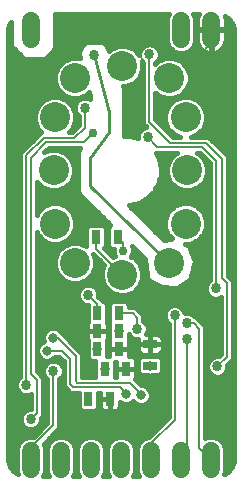
<source format=gbl>
G75*
%MOIN*%
%OFA0B0*%
%FSLAX25Y25*%
%IPPOS*%
%LPD*%
%AMOC8*
5,1,8,0,0,1.08239X$1,22.5*
%
%ADD10C,0.06000*%
%ADD11C,0.10000*%
%ADD12R,0.03150X0.04724*%
%ADD13R,0.04724X0.03150*%
%ADD14C,0.03369*%
%ADD15C,0.01000*%
%ADD16C,0.00600*%
%ADD17C,0.01600*%
%ADD18C,0.02975*%
%ADD19C,0.03172*%
%ADD20C,0.00800*%
D10*
X0011170Y0006100D02*
X0011170Y0012100D01*
X0021170Y0012100D02*
X0021170Y0006100D01*
X0031170Y0006100D02*
X0031170Y0012100D01*
X0041170Y0012100D02*
X0041170Y0006100D01*
X0051170Y0006100D02*
X0051170Y0012100D01*
X0061170Y0012100D02*
X0061170Y0006100D01*
X0071170Y0006100D02*
X0071170Y0012100D01*
X0071170Y0149407D02*
X0071170Y0155407D01*
X0061170Y0155407D02*
X0061170Y0149407D01*
X0011170Y0149407D02*
X0011170Y0155407D01*
D11*
X0025747Y0136334D03*
X0019123Y0123273D03*
X0018623Y0105557D03*
X0019123Y0087840D03*
X0025747Y0074779D03*
X0041495Y0070842D03*
X0057243Y0074779D03*
X0062617Y0087840D03*
X0063117Y0105557D03*
X0062617Y0123273D03*
X0057243Y0136334D03*
X0041495Y0140271D03*
D12*
X0039943Y0083413D03*
X0032857Y0083413D03*
X0033257Y0058013D03*
X0033257Y0052013D03*
X0033257Y0046013D03*
X0035757Y0039513D03*
X0040343Y0046013D03*
X0040343Y0052013D03*
X0040343Y0058013D03*
X0042843Y0039513D03*
X0037343Y0029513D03*
X0030257Y0029513D03*
D13*
X0050800Y0040470D03*
X0050800Y0047557D03*
D14*
X0046600Y0052613D03*
X0052400Y0035213D03*
X0063200Y0049213D03*
X0063200Y0054613D03*
X0061000Y0061213D03*
X0059000Y0057213D03*
X0072800Y0066213D03*
X0073200Y0040213D03*
X0050000Y0116613D03*
X0050600Y0144213D03*
X0032200Y0144013D03*
X0029000Y0126413D03*
X0030200Y0064013D03*
X0029800Y0039613D03*
X0018600Y0038713D03*
X0011000Y0022613D03*
X0009600Y0034013D03*
D15*
X0057243Y0074779D02*
X0030700Y0100322D01*
X0030700Y0109813D01*
X0037200Y0118313D01*
X0037200Y0125013D01*
X0032200Y0144013D01*
D16*
X0029000Y0126413D02*
X0029000Y0119813D01*
X0025600Y0116413D01*
X0015400Y0116413D01*
X0009600Y0110613D01*
X0009600Y0034013D01*
X0013000Y0035813D02*
X0011000Y0037813D01*
X0011000Y0109813D01*
X0016200Y0115013D01*
X0028800Y0115013D01*
X0031800Y0118013D01*
X0050000Y0116613D02*
X0053200Y0113413D01*
X0068200Y0113413D01*
X0072800Y0108813D01*
X0072800Y0066213D01*
X0074800Y0069613D02*
X0074800Y0109413D01*
X0069400Y0114813D01*
X0057600Y0114813D01*
X0050600Y0121813D01*
X0050600Y0144213D01*
X0039943Y0083413D02*
X0041900Y0081457D01*
X0041900Y0078670D01*
X0041495Y0070842D02*
X0032857Y0079480D01*
X0032857Y0083413D01*
X0030200Y0064013D02*
X0033257Y0060957D01*
X0033257Y0058013D01*
X0040343Y0058013D02*
X0045000Y0058013D01*
X0046600Y0056413D01*
X0046600Y0052613D01*
X0044100Y0034813D02*
X0047800Y0031113D01*
X0047800Y0030613D01*
X0044100Y0034813D02*
X0026600Y0034813D01*
X0026000Y0035413D01*
X0026000Y0043813D01*
X0020000Y0049813D01*
X0018400Y0049813D01*
X0016400Y0045413D02*
X0021400Y0045413D01*
X0024200Y0042613D01*
X0024200Y0034213D01*
X0025000Y0033413D01*
X0040900Y0033413D01*
X0042800Y0031513D01*
X0042800Y0031013D01*
X0059000Y0022413D02*
X0051200Y0014613D01*
X0051200Y0009130D01*
X0051170Y0009100D01*
X0059000Y0022413D02*
X0059000Y0057213D01*
X0063200Y0054613D02*
X0065400Y0054613D01*
X0067200Y0052813D01*
X0067200Y0013070D01*
X0071170Y0009100D01*
X0063200Y0011130D02*
X0061170Y0009100D01*
X0063200Y0011130D02*
X0063200Y0049213D01*
X0073200Y0040213D02*
X0076400Y0043413D01*
X0076400Y0068013D01*
X0074800Y0069613D01*
X0018600Y0038713D02*
X0018600Y0020613D01*
X0011200Y0013213D01*
X0011200Y0009130D01*
X0011170Y0009100D01*
X0011000Y0022613D02*
X0013000Y0024613D01*
X0013000Y0035813D01*
D17*
X0004132Y0006880D02*
X0005199Y0005412D01*
X0006667Y0004346D01*
X0006832Y0004292D01*
X0006470Y0005165D01*
X0006470Y0013035D01*
X0007186Y0014762D01*
X0008508Y0016084D01*
X0010235Y0016800D01*
X0011958Y0016800D01*
X0016600Y0021442D01*
X0016600Y0035927D01*
X0015731Y0036796D01*
X0015216Y0038040D01*
X0015216Y0039387D01*
X0015731Y0040630D01*
X0016683Y0041582D01*
X0017927Y0042098D01*
X0019273Y0042098D01*
X0020517Y0041582D01*
X0021469Y0040630D01*
X0021984Y0039387D01*
X0021984Y0038040D01*
X0021469Y0036796D01*
X0020600Y0035927D01*
X0020600Y0019785D01*
X0015278Y0014463D01*
X0015870Y0013035D01*
X0015870Y0005165D01*
X0015269Y0003713D01*
X0017071Y0003713D01*
X0016470Y0005165D01*
X0016470Y0013035D01*
X0017186Y0014762D01*
X0018508Y0016084D01*
X0020235Y0016800D01*
X0022105Y0016800D01*
X0023832Y0016084D01*
X0025155Y0014762D01*
X0025870Y0013035D01*
X0025870Y0005165D01*
X0025269Y0003713D01*
X0027071Y0003713D01*
X0026470Y0005165D01*
X0026470Y0013035D01*
X0027186Y0014762D01*
X0028508Y0016084D01*
X0030235Y0016800D01*
X0032105Y0016800D01*
X0033832Y0016084D01*
X0035155Y0014762D01*
X0035870Y0013035D01*
X0035870Y0005165D01*
X0035269Y0003713D01*
X0037071Y0003713D01*
X0036470Y0005165D01*
X0036470Y0013035D01*
X0037186Y0014762D01*
X0038508Y0016084D01*
X0040235Y0016800D01*
X0042105Y0016800D01*
X0043832Y0016084D01*
X0045155Y0014762D01*
X0045870Y0013035D01*
X0045870Y0005165D01*
X0045269Y0003713D01*
X0047071Y0003713D01*
X0046470Y0005165D01*
X0046470Y0013035D01*
X0047186Y0014762D01*
X0048508Y0016084D01*
X0050235Y0016800D01*
X0050558Y0016800D01*
X0057000Y0023242D01*
X0057000Y0054427D01*
X0056131Y0055296D01*
X0055616Y0056540D01*
X0055616Y0057887D01*
X0056131Y0059130D01*
X0057083Y0060082D01*
X0058327Y0060598D01*
X0059673Y0060598D01*
X0060917Y0060082D01*
X0061869Y0059130D01*
X0062366Y0057931D01*
X0062527Y0057998D01*
X0063873Y0057998D01*
X0065117Y0057482D01*
X0065986Y0056613D01*
X0066228Y0056613D01*
X0067400Y0055442D01*
X0067400Y0055442D01*
X0068028Y0054813D01*
X0068028Y0054813D01*
X0069200Y0053642D01*
X0069200Y0016371D01*
X0070235Y0016800D01*
X0072105Y0016800D01*
X0073832Y0016084D01*
X0075155Y0014762D01*
X0075870Y0013035D01*
X0075870Y0005165D01*
X0075508Y0004292D01*
X0075673Y0004346D01*
X0077141Y0005412D01*
X0078208Y0006880D01*
X0078769Y0008606D01*
X0078840Y0009513D01*
X0078840Y0151994D01*
X0078769Y0152901D01*
X0078208Y0154627D01*
X0077141Y0156095D01*
X0075673Y0157162D01*
X0075644Y0157171D01*
X0075852Y0156531D01*
X0075970Y0155785D01*
X0075970Y0152607D01*
X0071370Y0152607D01*
X0071370Y0152207D01*
X0071370Y0144607D01*
X0071548Y0144607D01*
X0072294Y0144725D01*
X0073013Y0144959D01*
X0073686Y0145302D01*
X0074297Y0145746D01*
X0074831Y0146280D01*
X0075275Y0146891D01*
X0075618Y0147565D01*
X0075852Y0148283D01*
X0075970Y0149029D01*
X0075970Y0152207D01*
X0071370Y0152207D01*
X0070970Y0152207D01*
X0070970Y0144607D01*
X0070792Y0144607D01*
X0070046Y0144725D01*
X0069328Y0144959D01*
X0068654Y0145302D01*
X0068043Y0145746D01*
X0067509Y0146280D01*
X0067065Y0146891D01*
X0066722Y0147565D01*
X0066488Y0148283D01*
X0066370Y0149029D01*
X0066370Y0152207D01*
X0070970Y0152207D01*
X0070970Y0152607D01*
X0066370Y0152607D01*
X0066370Y0155785D01*
X0066488Y0156531D01*
X0066722Y0157250D01*
X0066999Y0157794D01*
X0065269Y0157794D01*
X0065870Y0156342D01*
X0065870Y0148472D01*
X0065155Y0146745D01*
X0063832Y0145423D01*
X0062105Y0144707D01*
X0060235Y0144707D01*
X0058508Y0145423D01*
X0057186Y0146745D01*
X0056470Y0148472D01*
X0056470Y0156342D01*
X0057071Y0157794D01*
X0019100Y0157794D01*
X0019100Y0146061D01*
X0017100Y0144061D01*
X0015753Y0142713D01*
X0008847Y0142713D01*
X0005847Y0145713D01*
X0004500Y0147061D01*
X0004500Y0155133D01*
X0004132Y0154627D01*
X0003571Y0152901D01*
X0003500Y0151994D01*
X0003500Y0009513D01*
X0003571Y0008606D01*
X0004132Y0006880D01*
X0004184Y0006809D02*
X0006470Y0006809D01*
X0006470Y0008407D02*
X0003636Y0008407D01*
X0003500Y0010006D02*
X0006470Y0010006D01*
X0006470Y0011604D02*
X0003500Y0011604D01*
X0003500Y0013203D02*
X0006540Y0013203D01*
X0007225Y0014801D02*
X0003500Y0014801D01*
X0003500Y0016400D02*
X0009269Y0016400D01*
X0010327Y0019229D02*
X0011673Y0019229D01*
X0012917Y0019744D01*
X0013869Y0020696D01*
X0014384Y0021940D01*
X0014384Y0023169D01*
X0015000Y0023785D01*
X0015000Y0036642D01*
X0013000Y0038642D01*
X0013000Y0085114D01*
X0013443Y0084045D01*
X0015328Y0082160D01*
X0017790Y0081140D01*
X0020456Y0081140D01*
X0022918Y0082160D01*
X0024803Y0084045D01*
X0025823Y0086507D01*
X0025823Y0089173D01*
X0024803Y0091635D01*
X0022918Y0093520D01*
X0020456Y0094540D01*
X0017790Y0094540D01*
X0015328Y0093520D01*
X0013443Y0091635D01*
X0013000Y0090566D01*
X0013000Y0101704D01*
X0014828Y0099877D01*
X0017290Y0098857D01*
X0019956Y0098857D01*
X0022418Y0099877D01*
X0024303Y0101761D01*
X0025323Y0104224D01*
X0025323Y0106889D01*
X0024303Y0109352D01*
X0022418Y0111237D01*
X0019956Y0112257D01*
X0017290Y0112257D01*
X0015552Y0111537D01*
X0017028Y0113013D01*
X0027519Y0113013D01*
X0027257Y0112581D01*
X0026800Y0112125D01*
X0026800Y0111829D01*
X0026646Y0111576D01*
X0026800Y0110948D01*
X0026800Y0099919D01*
X0026796Y0099915D01*
X0026800Y0099009D01*
X0026800Y0098102D01*
X0026804Y0098098D01*
X0026804Y0098092D01*
X0027447Y0097455D01*
X0028089Y0096813D01*
X0028095Y0096813D01*
X0037591Y0087403D01*
X0036669Y0086480D01*
X0036669Y0080347D01*
X0037664Y0079351D01*
X0038732Y0079351D01*
X0038713Y0079304D01*
X0038713Y0078036D01*
X0039100Y0077102D01*
X0038367Y0076798D01*
X0035475Y0079690D01*
X0036131Y0080347D01*
X0036131Y0086480D01*
X0035136Y0087476D01*
X0030578Y0087476D01*
X0029582Y0086480D01*
X0029582Y0080419D01*
X0029542Y0080459D01*
X0027080Y0081479D01*
X0024414Y0081479D01*
X0021952Y0080459D01*
X0020067Y0078574D01*
X0019047Y0076112D01*
X0019047Y0073446D01*
X0020067Y0070984D01*
X0021952Y0069099D01*
X0024414Y0068079D01*
X0027080Y0068079D01*
X0029542Y0069099D01*
X0031427Y0070984D01*
X0032447Y0073446D01*
X0032447Y0076112D01*
X0031775Y0077733D01*
X0035539Y0073970D01*
X0034795Y0072175D01*
X0034795Y0069509D01*
X0035815Y0067047D01*
X0037700Y0065162D01*
X0040162Y0064142D01*
X0042828Y0064142D01*
X0045290Y0065162D01*
X0047175Y0067047D01*
X0048195Y0069509D01*
X0048195Y0072175D01*
X0047175Y0074637D01*
X0045290Y0076522D01*
X0044561Y0076824D01*
X0044602Y0076865D01*
X0045087Y0078036D01*
X0045087Y0079304D01*
X0044616Y0080441D01*
X0049023Y0076075D01*
X0049718Y0071054D01*
X0049638Y0070914D01*
X0049840Y0070171D01*
X0049946Y0069409D01*
X0050075Y0069311D01*
X0050117Y0069155D01*
X0050785Y0068774D01*
X0051399Y0068309D01*
X0051559Y0068331D01*
X0053313Y0067329D01*
X0053587Y0066964D01*
X0054073Y0066895D01*
X0054500Y0066651D01*
X0054940Y0066771D01*
X0058644Y0066242D01*
X0059495Y0066084D01*
X0059539Y0066114D01*
X0059591Y0066107D01*
X0060284Y0066626D01*
X0063371Y0068749D01*
X0064083Y0069155D01*
X0064110Y0069257D01*
X0064197Y0069317D01*
X0064347Y0070123D01*
X0065474Y0074258D01*
X0065779Y0074919D01*
X0065708Y0075114D01*
X0065762Y0075314D01*
X0065401Y0075946D01*
X0064136Y0079379D01*
X0064020Y0080074D01*
X0063830Y0080210D01*
X0063749Y0080429D01*
X0063110Y0080724D01*
X0062527Y0081140D01*
X0063950Y0081140D01*
X0066412Y0082160D01*
X0068297Y0084045D01*
X0069317Y0086507D01*
X0069317Y0089173D01*
X0068297Y0091635D01*
X0066412Y0093520D01*
X0063950Y0094540D01*
X0061284Y0094540D01*
X0058822Y0093520D01*
X0056937Y0091635D01*
X0055917Y0089173D01*
X0055917Y0086507D01*
X0056937Y0084045D01*
X0058118Y0082863D01*
X0057939Y0082834D01*
X0057934Y0082826D01*
X0055345Y0082376D01*
X0043651Y0094014D01*
X0044264Y0094014D01*
X0047200Y0094801D01*
X0049832Y0096320D01*
X0051981Y0098469D01*
X0053501Y0101101D01*
X0054287Y0104037D01*
X0054287Y0107076D01*
X0053501Y0110012D01*
X0052692Y0111413D01*
X0059748Y0111413D01*
X0059322Y0111237D01*
X0057437Y0109352D01*
X0056417Y0106889D01*
X0056417Y0104224D01*
X0057437Y0101761D01*
X0059322Y0099877D01*
X0061784Y0098857D01*
X0064450Y0098857D01*
X0066912Y0099877D01*
X0068797Y0101761D01*
X0069817Y0104224D01*
X0069817Y0106889D01*
X0068797Y0109352D01*
X0066912Y0111237D01*
X0066485Y0111413D01*
X0067372Y0111413D01*
X0070800Y0107985D01*
X0070800Y0068999D01*
X0069931Y0068130D01*
X0069416Y0066887D01*
X0069416Y0065540D01*
X0069931Y0064296D01*
X0070883Y0063344D01*
X0072127Y0062829D01*
X0073473Y0062829D01*
X0074400Y0063213D01*
X0074400Y0044242D01*
X0073756Y0043598D01*
X0072527Y0043598D01*
X0071283Y0043082D01*
X0070331Y0042130D01*
X0069816Y0040887D01*
X0069816Y0039540D01*
X0070331Y0038296D01*
X0071283Y0037344D01*
X0072527Y0036829D01*
X0073873Y0036829D01*
X0075117Y0037344D01*
X0076069Y0038296D01*
X0076584Y0039540D01*
X0076584Y0040769D01*
X0077228Y0041413D01*
X0078400Y0042585D01*
X0078400Y0068842D01*
X0077228Y0070013D01*
X0076800Y0070442D01*
X0076800Y0110242D01*
X0071400Y0115642D01*
X0070228Y0116813D01*
X0064529Y0116813D01*
X0066412Y0117593D01*
X0068297Y0119478D01*
X0069317Y0121941D01*
X0069317Y0124606D01*
X0068297Y0127068D01*
X0066412Y0128953D01*
X0063950Y0129973D01*
X0061284Y0129973D01*
X0058822Y0128953D01*
X0056937Y0127068D01*
X0055917Y0124606D01*
X0055917Y0121941D01*
X0056937Y0119478D01*
X0058822Y0117593D01*
X0060704Y0116813D01*
X0058428Y0116813D01*
X0052600Y0122642D01*
X0052600Y0131502D01*
X0053448Y0130654D01*
X0055910Y0129634D01*
X0058576Y0129634D01*
X0061038Y0130654D01*
X0062923Y0132539D01*
X0063943Y0135002D01*
X0063943Y0137667D01*
X0062923Y0140129D01*
X0061038Y0142014D01*
X0058576Y0143034D01*
X0055910Y0143034D01*
X0053448Y0142014D01*
X0052600Y0141167D01*
X0052600Y0141427D01*
X0053469Y0142296D01*
X0053984Y0143540D01*
X0053984Y0144887D01*
X0053469Y0146130D01*
X0052517Y0147082D01*
X0051273Y0147598D01*
X0049927Y0147598D01*
X0048683Y0147082D01*
X0047731Y0146130D01*
X0047216Y0144887D01*
X0047216Y0143968D01*
X0047175Y0144066D01*
X0045290Y0145951D01*
X0042828Y0146971D01*
X0040162Y0146971D01*
X0037700Y0145951D01*
X0036975Y0145226D01*
X0036400Y0146643D01*
X0036400Y0147125D01*
X0036071Y0147454D01*
X0035896Y0147885D01*
X0035452Y0148073D01*
X0035111Y0148413D01*
X0034646Y0148413D01*
X0034217Y0148595D01*
X0033771Y0148413D01*
X0031133Y0148413D01*
X0030991Y0148520D01*
X0030244Y0148413D01*
X0029489Y0148413D01*
X0029363Y0148288D01*
X0029187Y0148262D01*
X0028734Y0147658D01*
X0028200Y0147125D01*
X0028200Y0146947D01*
X0027893Y0146538D01*
X0027743Y0146497D01*
X0027358Y0145824D01*
X0026893Y0145204D01*
X0026915Y0145050D01*
X0026838Y0144915D01*
X0027041Y0144167D01*
X0027151Y0143400D01*
X0027276Y0143307D01*
X0027384Y0142908D01*
X0027080Y0143034D01*
X0024414Y0143034D01*
X0021952Y0142014D01*
X0020067Y0140129D01*
X0019047Y0137667D01*
X0019047Y0135002D01*
X0020067Y0132539D01*
X0021952Y0130654D01*
X0024414Y0129634D01*
X0027080Y0129634D01*
X0029542Y0130654D01*
X0030466Y0131578D01*
X0030740Y0130573D01*
X0030918Y0129282D01*
X0030917Y0129282D01*
X0029673Y0129798D01*
X0028327Y0129798D01*
X0027083Y0129282D01*
X0026131Y0128330D01*
X0025616Y0127087D01*
X0025616Y0125740D01*
X0026131Y0124496D01*
X0027000Y0123627D01*
X0027000Y0120642D01*
X0024772Y0118413D01*
X0023738Y0118413D01*
X0024803Y0119478D01*
X0025823Y0121941D01*
X0025823Y0124606D01*
X0024803Y0127068D01*
X0022918Y0128953D01*
X0020456Y0129973D01*
X0017790Y0129973D01*
X0015328Y0128953D01*
X0013443Y0127068D01*
X0012423Y0124606D01*
X0012423Y0121941D01*
X0013443Y0119478D01*
X0014540Y0118381D01*
X0013400Y0117242D01*
X0007600Y0111442D01*
X0007600Y0036799D01*
X0006731Y0035930D01*
X0006216Y0034687D01*
X0006216Y0033340D01*
X0006731Y0032096D01*
X0007683Y0031144D01*
X0008927Y0030629D01*
X0010273Y0030629D01*
X0011000Y0030930D01*
X0011000Y0025998D01*
X0010327Y0025998D01*
X0009083Y0025482D01*
X0008131Y0024530D01*
X0007616Y0023287D01*
X0007616Y0021940D01*
X0008131Y0020696D01*
X0009083Y0019744D01*
X0010327Y0019229D01*
X0009439Y0019597D02*
X0003500Y0019597D01*
X0003500Y0017998D02*
X0013157Y0017998D01*
X0012561Y0019597D02*
X0014755Y0019597D01*
X0014076Y0021196D02*
X0016354Y0021196D01*
X0016600Y0022794D02*
X0014384Y0022794D01*
X0015000Y0024393D02*
X0016600Y0024393D01*
X0016600Y0025991D02*
X0015000Y0025991D01*
X0015000Y0027590D02*
X0016600Y0027590D01*
X0016600Y0029188D02*
X0015000Y0029188D01*
X0015000Y0030787D02*
X0016600Y0030787D01*
X0016600Y0032385D02*
X0015000Y0032385D01*
X0015000Y0033984D02*
X0016600Y0033984D01*
X0016600Y0035582D02*
X0015000Y0035582D01*
X0014461Y0037181D02*
X0015572Y0037181D01*
X0015216Y0038779D02*
X0013000Y0038779D01*
X0013000Y0040378D02*
X0015626Y0040378D01*
X0015746Y0042128D02*
X0014539Y0042628D01*
X0013614Y0043552D01*
X0013114Y0044760D01*
X0013114Y0046067D01*
X0013614Y0047275D01*
X0014539Y0048199D01*
X0015370Y0048543D01*
X0015114Y0049160D01*
X0015114Y0050467D01*
X0015614Y0051675D01*
X0016539Y0052599D01*
X0017746Y0053099D01*
X0019054Y0053099D01*
X0020261Y0052599D01*
X0021186Y0051675D01*
X0021340Y0051302D01*
X0026828Y0045813D01*
X0028000Y0044642D01*
X0028000Y0036813D01*
X0032482Y0036813D01*
X0032482Y0038833D01*
X0032471Y0038860D01*
X0032471Y0040167D01*
X0032482Y0040194D01*
X0032482Y0041951D01*
X0030978Y0041951D01*
X0029982Y0042947D01*
X0029982Y0045333D01*
X0029971Y0045360D01*
X0029971Y0046667D01*
X0029982Y0046694D01*
X0029982Y0049041D01*
X0029882Y0049414D01*
X0029882Y0052013D01*
X0033257Y0052013D01*
X0033257Y0052013D01*
X0036631Y0052013D01*
X0036631Y0049414D01*
X0036531Y0049041D01*
X0036531Y0046694D01*
X0036543Y0046667D01*
X0036543Y0045360D01*
X0036531Y0045333D01*
X0036531Y0043576D01*
X0036969Y0043576D01*
X0036969Y0046013D01*
X0040343Y0046013D01*
X0040343Y0046013D01*
X0036968Y0046013D01*
X0036969Y0048613D01*
X0037069Y0048986D01*
X0037069Y0051333D01*
X0037057Y0051360D01*
X0037057Y0052667D01*
X0037069Y0052694D01*
X0037069Y0061080D01*
X0038064Y0062076D01*
X0042622Y0062076D01*
X0043618Y0061080D01*
X0043618Y0060013D01*
X0045828Y0060013D01*
X0047428Y0058413D01*
X0048600Y0057242D01*
X0048600Y0055399D01*
X0049469Y0054530D01*
X0049984Y0053287D01*
X0049984Y0051940D01*
X0049566Y0050931D01*
X0050800Y0050931D01*
X0050800Y0047557D01*
X0050800Y0047557D01*
X0050800Y0050931D01*
X0053399Y0050931D01*
X0053857Y0050809D01*
X0054267Y0050572D01*
X0054603Y0050237D01*
X0054840Y0049826D01*
X0054962Y0049368D01*
X0054962Y0047557D01*
X0050800Y0047557D01*
X0050800Y0047557D01*
X0050800Y0047557D01*
X0046638Y0047557D01*
X0046638Y0049229D01*
X0045927Y0049229D01*
X0044683Y0049744D01*
X0043731Y0050696D01*
X0043618Y0050969D01*
X0043618Y0048986D01*
X0043718Y0048613D01*
X0043718Y0046013D01*
X0040343Y0046013D01*
X0040343Y0046013D01*
X0043718Y0046013D01*
X0043718Y0043676D01*
X0044655Y0043676D01*
X0045113Y0043553D01*
X0045523Y0043316D01*
X0045858Y0042981D01*
X0046095Y0042570D01*
X0046218Y0042113D01*
X0046218Y0039513D01*
X0042843Y0039513D01*
X0039469Y0039513D01*
X0039469Y0036914D01*
X0039496Y0036813D01*
X0039031Y0036813D01*
X0039031Y0038833D01*
X0039043Y0038860D01*
X0039043Y0040167D01*
X0039031Y0040194D01*
X0039031Y0041851D01*
X0039469Y0041851D01*
X0039468Y0039513D01*
X0042843Y0039513D01*
X0042843Y0039513D01*
X0042843Y0039513D01*
X0046218Y0039513D01*
X0046218Y0036914D01*
X0046095Y0036456D01*
X0045858Y0036046D01*
X0045777Y0035965D01*
X0047843Y0033899D01*
X0048454Y0033899D01*
X0049661Y0033399D01*
X0050586Y0032475D01*
X0051086Y0031267D01*
X0051086Y0029960D01*
X0050586Y0028752D01*
X0049661Y0027828D01*
X0048454Y0027328D01*
X0047146Y0027328D01*
X0045939Y0027828D01*
X0045100Y0028667D01*
X0044661Y0028228D01*
X0043454Y0027728D01*
X0042146Y0027728D01*
X0040939Y0028228D01*
X0040718Y0028448D01*
X0040718Y0026914D01*
X0040595Y0026456D01*
X0040358Y0026046D01*
X0040023Y0025711D01*
X0039613Y0025474D01*
X0039155Y0025351D01*
X0037343Y0025351D01*
X0035532Y0025351D01*
X0035074Y0025474D01*
X0034663Y0025711D01*
X0034328Y0026046D01*
X0034091Y0026456D01*
X0033969Y0026914D01*
X0033969Y0029513D01*
X0037343Y0029513D01*
X0037343Y0029513D01*
X0037343Y0025351D01*
X0037343Y0029513D01*
X0037343Y0029513D01*
X0033968Y0029513D01*
X0033969Y0031413D01*
X0033531Y0031413D01*
X0033531Y0026447D01*
X0032536Y0025451D01*
X0027978Y0025451D01*
X0026982Y0026447D01*
X0026982Y0031413D01*
X0024172Y0031413D01*
X0023000Y0032585D01*
X0022200Y0033385D01*
X0022200Y0041785D01*
X0020572Y0043413D01*
X0019047Y0043413D01*
X0018261Y0042628D01*
X0017054Y0042128D01*
X0015746Y0042128D01*
X0017634Y0041976D02*
X0013000Y0041976D01*
X0013000Y0043575D02*
X0013605Y0043575D01*
X0013114Y0045173D02*
X0013000Y0045173D01*
X0013000Y0046772D02*
X0013406Y0046772D01*
X0013000Y0048370D02*
X0014952Y0048370D01*
X0015114Y0049969D02*
X0013000Y0049969D01*
X0013000Y0051567D02*
X0015570Y0051567D01*
X0013000Y0053166D02*
X0029882Y0053166D01*
X0029882Y0052013D02*
X0033257Y0052013D01*
X0036631Y0052013D01*
X0036631Y0054613D01*
X0036531Y0054986D01*
X0036531Y0061080D01*
X0035536Y0062076D01*
X0034966Y0062076D01*
X0034085Y0062957D01*
X0033584Y0063458D01*
X0033584Y0064687D01*
X0033069Y0065930D01*
X0032117Y0066882D01*
X0030873Y0067398D01*
X0029527Y0067398D01*
X0028283Y0066882D01*
X0027331Y0065930D01*
X0026816Y0064687D01*
X0026816Y0063340D01*
X0027331Y0062096D01*
X0028283Y0061144D01*
X0029527Y0060629D01*
X0029982Y0060629D01*
X0029982Y0054986D01*
X0029882Y0054613D01*
X0029882Y0052013D01*
X0029882Y0051567D02*
X0021230Y0051567D01*
X0022673Y0049969D02*
X0029882Y0049969D01*
X0029982Y0048370D02*
X0024272Y0048370D01*
X0025870Y0046772D02*
X0029982Y0046772D01*
X0029982Y0045173D02*
X0027469Y0045173D01*
X0028000Y0043575D02*
X0029982Y0043575D01*
X0030953Y0041976D02*
X0028000Y0041976D01*
X0028000Y0040378D02*
X0032482Y0040378D01*
X0032482Y0038779D02*
X0028000Y0038779D01*
X0028000Y0037181D02*
X0032482Y0037181D01*
X0033531Y0030787D02*
X0033969Y0030787D01*
X0033969Y0029188D02*
X0033531Y0029188D01*
X0033531Y0027590D02*
X0033969Y0027590D01*
X0034383Y0025991D02*
X0033076Y0025991D01*
X0037343Y0025991D02*
X0037343Y0025991D01*
X0037343Y0027590D02*
X0037343Y0027590D01*
X0037343Y0029188D02*
X0037343Y0029188D01*
X0040304Y0025991D02*
X0057000Y0025991D01*
X0057000Y0024393D02*
X0020600Y0024393D01*
X0020600Y0025991D02*
X0027438Y0025991D01*
X0026982Y0027590D02*
X0020600Y0027590D01*
X0020600Y0029188D02*
X0026982Y0029188D01*
X0026982Y0030787D02*
X0020600Y0030787D01*
X0020600Y0032385D02*
X0023200Y0032385D01*
X0022200Y0033984D02*
X0020600Y0033984D01*
X0020600Y0035582D02*
X0022200Y0035582D01*
X0022200Y0037181D02*
X0021628Y0037181D01*
X0021984Y0038779D02*
X0022200Y0038779D01*
X0022200Y0040378D02*
X0021574Y0040378D01*
X0022009Y0041976D02*
X0019566Y0041976D01*
X0013000Y0054764D02*
X0029923Y0054764D01*
X0029982Y0056363D02*
X0013000Y0056363D01*
X0013000Y0057961D02*
X0029982Y0057961D01*
X0029982Y0059560D02*
X0013000Y0059560D01*
X0013000Y0061158D02*
X0028269Y0061158D01*
X0027057Y0062757D02*
X0013000Y0062757D01*
X0013000Y0064355D02*
X0026816Y0064355D01*
X0027354Y0065954D02*
X0013000Y0065954D01*
X0013000Y0067552D02*
X0035606Y0067552D01*
X0034943Y0069151D02*
X0029594Y0069151D01*
X0031192Y0070749D02*
X0034795Y0070749D01*
X0034867Y0072348D02*
X0031992Y0072348D01*
X0032447Y0073946D02*
X0035529Y0073946D01*
X0033964Y0075545D02*
X0032447Y0075545D01*
X0032365Y0077143D02*
X0032020Y0077143D01*
X0029582Y0081939D02*
X0022384Y0081939D01*
X0021833Y0080340D02*
X0013000Y0080340D01*
X0013000Y0078742D02*
X0020234Y0078742D01*
X0019474Y0077143D02*
X0013000Y0077143D01*
X0013000Y0075545D02*
X0019047Y0075545D01*
X0019047Y0073946D02*
X0013000Y0073946D01*
X0013000Y0072348D02*
X0019502Y0072348D01*
X0020301Y0070749D02*
X0013000Y0070749D01*
X0013000Y0069151D02*
X0021900Y0069151D01*
X0015862Y0081939D02*
X0013000Y0081939D01*
X0013000Y0083537D02*
X0013950Y0083537D01*
X0013399Y0091530D02*
X0013000Y0091530D01*
X0013000Y0093129D02*
X0014936Y0093129D01*
X0013000Y0094727D02*
X0030200Y0094727D01*
X0031813Y0093129D02*
X0023310Y0093129D01*
X0024846Y0091530D02*
X0033426Y0091530D01*
X0035039Y0089932D02*
X0025509Y0089932D01*
X0025823Y0088333D02*
X0036652Y0088333D01*
X0036923Y0086734D02*
X0035877Y0086734D01*
X0036131Y0085136D02*
X0036669Y0085136D01*
X0036669Y0083537D02*
X0036131Y0083537D01*
X0036131Y0081939D02*
X0036669Y0081939D01*
X0036675Y0080340D02*
X0036125Y0080340D01*
X0036423Y0078742D02*
X0038713Y0078742D01*
X0039082Y0077143D02*
X0038022Y0077143D01*
X0036908Y0065954D02*
X0033046Y0065954D01*
X0033584Y0064355D02*
X0039647Y0064355D01*
X0037147Y0061158D02*
X0036453Y0061158D01*
X0036531Y0059560D02*
X0037069Y0059560D01*
X0037069Y0057961D02*
X0036531Y0057961D01*
X0036531Y0056363D02*
X0037069Y0056363D01*
X0037069Y0054764D02*
X0036591Y0054764D01*
X0036631Y0053166D02*
X0037069Y0053166D01*
X0037057Y0051567D02*
X0036631Y0051567D01*
X0036631Y0049969D02*
X0037069Y0049969D01*
X0036969Y0048370D02*
X0036531Y0048370D01*
X0036531Y0046772D02*
X0036969Y0046772D01*
X0036969Y0045173D02*
X0036531Y0045173D01*
X0039031Y0040378D02*
X0039469Y0040378D01*
X0039469Y0038779D02*
X0039031Y0038779D01*
X0039031Y0037181D02*
X0039469Y0037181D01*
X0043718Y0045173D02*
X0046826Y0045173D01*
X0046760Y0045287D02*
X0046997Y0044877D01*
X0047333Y0044542D01*
X0047743Y0044305D01*
X0048201Y0044182D01*
X0050800Y0044182D01*
X0053399Y0044182D01*
X0053857Y0044305D01*
X0054267Y0044542D01*
X0054603Y0044877D01*
X0054840Y0045287D01*
X0054962Y0045745D01*
X0054962Y0047557D01*
X0050800Y0047557D01*
X0046638Y0047557D01*
X0046638Y0045745D01*
X0046760Y0045287D01*
X0046638Y0046772D02*
X0043718Y0046772D01*
X0043718Y0048370D02*
X0046638Y0048370D01*
X0047734Y0043745D02*
X0046738Y0042749D01*
X0046738Y0038191D01*
X0047734Y0037195D01*
X0050120Y0037195D01*
X0050146Y0037184D01*
X0051454Y0037184D01*
X0051480Y0037195D01*
X0053866Y0037195D01*
X0054862Y0038191D01*
X0054862Y0042749D01*
X0053866Y0043745D01*
X0051480Y0043745D01*
X0051454Y0043756D01*
X0050146Y0043756D01*
X0050120Y0043745D01*
X0047734Y0043745D01*
X0047563Y0043575D02*
X0045032Y0043575D01*
X0046218Y0041976D02*
X0046738Y0041976D01*
X0046738Y0040378D02*
X0046218Y0040378D01*
X0046218Y0038779D02*
X0046738Y0038779D01*
X0046218Y0037181D02*
X0057000Y0037181D01*
X0057000Y0038779D02*
X0054862Y0038779D01*
X0054862Y0040378D02*
X0057000Y0040378D01*
X0057000Y0041976D02*
X0054862Y0041976D01*
X0054037Y0043575D02*
X0057000Y0043575D01*
X0057000Y0045173D02*
X0054774Y0045173D01*
X0054962Y0046772D02*
X0057000Y0046772D01*
X0057000Y0048370D02*
X0054962Y0048370D01*
X0054757Y0049969D02*
X0057000Y0049969D01*
X0057000Y0051567D02*
X0049830Y0051567D01*
X0049984Y0053166D02*
X0057000Y0053166D01*
X0056663Y0054764D02*
X0049235Y0054764D01*
X0048600Y0056363D02*
X0055689Y0056363D01*
X0055647Y0057961D02*
X0047881Y0057961D01*
X0046282Y0059560D02*
X0056560Y0059560D01*
X0052923Y0067552D02*
X0047384Y0067552D01*
X0048046Y0069151D02*
X0050125Y0069151D01*
X0049683Y0070749D02*
X0048195Y0070749D01*
X0048123Y0072348D02*
X0049539Y0072348D01*
X0049318Y0073946D02*
X0047461Y0073946D01*
X0046267Y0075545D02*
X0049096Y0075545D01*
X0047944Y0077143D02*
X0044718Y0077143D01*
X0045087Y0078742D02*
X0046331Y0078742D01*
X0044718Y0080340D02*
X0044658Y0080340D01*
X0049360Y0088333D02*
X0055917Y0088333D01*
X0055917Y0086734D02*
X0050966Y0086734D01*
X0052572Y0085136D02*
X0056485Y0085136D01*
X0057444Y0083537D02*
X0054178Y0083537D01*
X0056231Y0089932D02*
X0047753Y0089932D01*
X0046147Y0091530D02*
X0056893Y0091530D01*
X0058430Y0093129D02*
X0044541Y0093129D01*
X0046925Y0094727D02*
X0070800Y0094727D01*
X0070800Y0093129D02*
X0066804Y0093129D01*
X0068341Y0091530D02*
X0070800Y0091530D01*
X0070800Y0089932D02*
X0069003Y0089932D01*
X0069317Y0088333D02*
X0070800Y0088333D01*
X0070800Y0086734D02*
X0069317Y0086734D01*
X0068749Y0085136D02*
X0070800Y0085136D01*
X0070800Y0083537D02*
X0067789Y0083537D01*
X0065878Y0081939D02*
X0070800Y0081939D01*
X0070800Y0080340D02*
X0063782Y0080340D01*
X0064371Y0078742D02*
X0070800Y0078742D01*
X0070800Y0077143D02*
X0064960Y0077143D01*
X0065630Y0075545D02*
X0070800Y0075545D01*
X0070800Y0073946D02*
X0065389Y0073946D01*
X0064953Y0072348D02*
X0070800Y0072348D01*
X0070800Y0070749D02*
X0064517Y0070749D01*
X0064075Y0069151D02*
X0070800Y0069151D01*
X0069692Y0067552D02*
X0061631Y0067552D01*
X0061440Y0059560D02*
X0074400Y0059560D01*
X0074400Y0061158D02*
X0043540Y0061158D01*
X0043342Y0064355D02*
X0069907Y0064355D01*
X0069416Y0065954D02*
X0046082Y0065954D01*
X0044459Y0049969D02*
X0043618Y0049969D01*
X0046160Y0035582D02*
X0057000Y0035582D01*
X0057000Y0033984D02*
X0047758Y0033984D01*
X0050623Y0032385D02*
X0057000Y0032385D01*
X0057000Y0030787D02*
X0051086Y0030787D01*
X0050766Y0029188D02*
X0057000Y0029188D01*
X0057000Y0027590D02*
X0049086Y0027590D01*
X0046514Y0027590D02*
X0040718Y0027590D01*
X0039269Y0016400D02*
X0033071Y0016400D01*
X0035115Y0014801D02*
X0037225Y0014801D01*
X0036540Y0013203D02*
X0035800Y0013203D01*
X0035870Y0011604D02*
X0036470Y0011604D01*
X0036470Y0010006D02*
X0035870Y0010006D01*
X0035870Y0008407D02*
X0036470Y0008407D01*
X0036470Y0006809D02*
X0035870Y0006809D01*
X0035870Y0005210D02*
X0036470Y0005210D01*
X0043071Y0016400D02*
X0049269Y0016400D01*
X0047225Y0014801D02*
X0045115Y0014801D01*
X0045800Y0013203D02*
X0046540Y0013203D01*
X0046470Y0011604D02*
X0045870Y0011604D01*
X0045870Y0010006D02*
X0046470Y0010006D01*
X0046470Y0008407D02*
X0045870Y0008407D01*
X0045870Y0006809D02*
X0046470Y0006809D01*
X0046470Y0005210D02*
X0045870Y0005210D01*
X0051757Y0017998D02*
X0018814Y0017998D01*
X0019269Y0016400D02*
X0017215Y0016400D01*
X0017225Y0014801D02*
X0015616Y0014801D01*
X0015800Y0013203D02*
X0016540Y0013203D01*
X0016470Y0011604D02*
X0015870Y0011604D01*
X0015870Y0010006D02*
X0016470Y0010006D01*
X0016470Y0008407D02*
X0015870Y0008407D01*
X0015870Y0006809D02*
X0016470Y0006809D01*
X0016470Y0005210D02*
X0015870Y0005210D01*
X0023071Y0016400D02*
X0029269Y0016400D01*
X0027225Y0014801D02*
X0025115Y0014801D01*
X0025800Y0013203D02*
X0026540Y0013203D01*
X0026470Y0011604D02*
X0025870Y0011604D01*
X0025870Y0010006D02*
X0026470Y0010006D01*
X0026470Y0008407D02*
X0025870Y0008407D01*
X0025870Y0006809D02*
X0026470Y0006809D01*
X0026470Y0005210D02*
X0025870Y0005210D01*
X0020412Y0019597D02*
X0053355Y0019597D01*
X0054954Y0021196D02*
X0020600Y0021196D01*
X0020600Y0022794D02*
X0056552Y0022794D01*
X0050800Y0044182D02*
X0050800Y0047557D01*
X0050800Y0047557D01*
X0050800Y0044182D01*
X0050800Y0045173D02*
X0050800Y0045173D01*
X0050800Y0046772D02*
X0050800Y0046772D01*
X0050800Y0048370D02*
X0050800Y0048370D01*
X0050800Y0049969D02*
X0050800Y0049969D01*
X0062353Y0057961D02*
X0062439Y0057961D01*
X0063961Y0057961D02*
X0074400Y0057961D01*
X0074400Y0056363D02*
X0066479Y0056363D01*
X0068078Y0054764D02*
X0074400Y0054764D01*
X0074400Y0053166D02*
X0069200Y0053166D01*
X0069200Y0051567D02*
X0074400Y0051567D01*
X0074400Y0049969D02*
X0069200Y0049969D01*
X0069200Y0048370D02*
X0074400Y0048370D01*
X0074400Y0046772D02*
X0069200Y0046772D01*
X0069200Y0045173D02*
X0074400Y0045173D01*
X0072471Y0043575D02*
X0069200Y0043575D01*
X0069200Y0041976D02*
X0070267Y0041976D01*
X0069816Y0040378D02*
X0069200Y0040378D01*
X0069200Y0038779D02*
X0070131Y0038779D01*
X0069200Y0037181D02*
X0071678Y0037181D01*
X0069200Y0035582D02*
X0078840Y0035582D01*
X0078840Y0033984D02*
X0069200Y0033984D01*
X0069200Y0032385D02*
X0078840Y0032385D01*
X0078840Y0030787D02*
X0069200Y0030787D01*
X0069200Y0029188D02*
X0078840Y0029188D01*
X0078840Y0027590D02*
X0069200Y0027590D01*
X0069200Y0025991D02*
X0078840Y0025991D01*
X0078840Y0024393D02*
X0069200Y0024393D01*
X0069200Y0022794D02*
X0078840Y0022794D01*
X0078840Y0021196D02*
X0069200Y0021196D01*
X0069200Y0019597D02*
X0078840Y0019597D01*
X0078840Y0017998D02*
X0069200Y0017998D01*
X0069200Y0016400D02*
X0069270Y0016400D01*
X0073071Y0016400D02*
X0078840Y0016400D01*
X0078840Y0014801D02*
X0075115Y0014801D01*
X0075800Y0013203D02*
X0078840Y0013203D01*
X0078840Y0011604D02*
X0075870Y0011604D01*
X0075870Y0010006D02*
X0078840Y0010006D01*
X0078704Y0008407D02*
X0075870Y0008407D01*
X0075870Y0006809D02*
X0078156Y0006809D01*
X0076864Y0005210D02*
X0075870Y0005210D01*
X0074722Y0037181D02*
X0078840Y0037181D01*
X0078840Y0038779D02*
X0076269Y0038779D01*
X0076584Y0040378D02*
X0078840Y0040378D01*
X0078840Y0041976D02*
X0077791Y0041976D01*
X0078400Y0043575D02*
X0078840Y0043575D01*
X0078840Y0045173D02*
X0078400Y0045173D01*
X0078400Y0046772D02*
X0078840Y0046772D01*
X0078840Y0048370D02*
X0078400Y0048370D01*
X0078400Y0049969D02*
X0078840Y0049969D01*
X0078840Y0051567D02*
X0078400Y0051567D01*
X0078400Y0053166D02*
X0078840Y0053166D01*
X0078840Y0054764D02*
X0078400Y0054764D01*
X0078400Y0056363D02*
X0078840Y0056363D01*
X0078840Y0057961D02*
X0078400Y0057961D01*
X0078400Y0059560D02*
X0078840Y0059560D01*
X0078840Y0061158D02*
X0078400Y0061158D01*
X0078400Y0062757D02*
X0078840Y0062757D01*
X0078840Y0064355D02*
X0078400Y0064355D01*
X0078400Y0065954D02*
X0078840Y0065954D01*
X0078840Y0067552D02*
X0078400Y0067552D01*
X0078091Y0069151D02*
X0078840Y0069151D01*
X0078840Y0070749D02*
X0076800Y0070749D01*
X0077228Y0070013D02*
X0077228Y0070013D01*
X0076800Y0072348D02*
X0078840Y0072348D01*
X0078840Y0073946D02*
X0076800Y0073946D01*
X0076800Y0075545D02*
X0078840Y0075545D01*
X0078840Y0077143D02*
X0076800Y0077143D01*
X0076800Y0078742D02*
X0078840Y0078742D01*
X0078840Y0080340D02*
X0076800Y0080340D01*
X0076800Y0081939D02*
X0078840Y0081939D01*
X0078840Y0083537D02*
X0076800Y0083537D01*
X0076800Y0085136D02*
X0078840Y0085136D01*
X0078840Y0086734D02*
X0076800Y0086734D01*
X0076800Y0088333D02*
X0078840Y0088333D01*
X0078840Y0089932D02*
X0076800Y0089932D01*
X0076800Y0091530D02*
X0078840Y0091530D01*
X0078840Y0093129D02*
X0076800Y0093129D01*
X0076800Y0094727D02*
X0078840Y0094727D01*
X0078840Y0096326D02*
X0076800Y0096326D01*
X0076800Y0097924D02*
X0078840Y0097924D01*
X0078840Y0099523D02*
X0076800Y0099523D01*
X0076800Y0101121D02*
X0078840Y0101121D01*
X0078840Y0102720D02*
X0076800Y0102720D01*
X0076800Y0104318D02*
X0078840Y0104318D01*
X0078840Y0105917D02*
X0076800Y0105917D01*
X0076800Y0107515D02*
X0078840Y0107515D01*
X0078840Y0109114D02*
X0076800Y0109114D01*
X0076330Y0110712D02*
X0078840Y0110712D01*
X0078840Y0112311D02*
X0074731Y0112311D01*
X0073133Y0113909D02*
X0078840Y0113909D01*
X0078840Y0115508D02*
X0071534Y0115508D01*
X0068639Y0120303D02*
X0078840Y0120303D01*
X0078840Y0118705D02*
X0067524Y0118705D01*
X0069301Y0121902D02*
X0078840Y0121902D01*
X0078840Y0123500D02*
X0069317Y0123500D01*
X0069113Y0125099D02*
X0078840Y0125099D01*
X0078840Y0126697D02*
X0068451Y0126697D01*
X0067070Y0128296D02*
X0078840Y0128296D01*
X0078840Y0129894D02*
X0064140Y0129894D01*
X0061877Y0131493D02*
X0078840Y0131493D01*
X0078840Y0133091D02*
X0063152Y0133091D01*
X0063814Y0134690D02*
X0078840Y0134690D01*
X0078840Y0136288D02*
X0063943Y0136288D01*
X0063852Y0137887D02*
X0078840Y0137887D01*
X0078840Y0139485D02*
X0063190Y0139485D01*
X0061969Y0141084D02*
X0078840Y0141084D01*
X0078840Y0142682D02*
X0059425Y0142682D01*
X0058051Y0145879D02*
X0053573Y0145879D01*
X0053984Y0144281D02*
X0078840Y0144281D01*
X0078840Y0145879D02*
X0074431Y0145879D01*
X0075574Y0147478D02*
X0078840Y0147478D01*
X0078840Y0149076D02*
X0075970Y0149076D01*
X0075970Y0150675D02*
X0078840Y0150675D01*
X0078818Y0152273D02*
X0071370Y0152273D01*
X0070970Y0152273D02*
X0065870Y0152273D01*
X0065870Y0150675D02*
X0066370Y0150675D01*
X0066370Y0149076D02*
X0065870Y0149076D01*
X0065458Y0147478D02*
X0066766Y0147478D01*
X0067910Y0145879D02*
X0064289Y0145879D01*
X0065870Y0153872D02*
X0066370Y0153872D01*
X0066370Y0155470D02*
X0065870Y0155470D01*
X0065569Y0157069D02*
X0066663Y0157069D01*
X0070970Y0150675D02*
X0071370Y0150675D01*
X0071370Y0149076D02*
X0070970Y0149076D01*
X0070970Y0147478D02*
X0071370Y0147478D01*
X0071370Y0145879D02*
X0070970Y0145879D01*
X0075970Y0153872D02*
X0078453Y0153872D01*
X0077595Y0155470D02*
X0075970Y0155470D01*
X0075801Y0157069D02*
X0075677Y0157069D01*
X0061094Y0129894D02*
X0059203Y0129894D01*
X0058164Y0128296D02*
X0052600Y0128296D01*
X0052600Y0129894D02*
X0055282Y0129894D01*
X0056783Y0126697D02*
X0052600Y0126697D01*
X0052600Y0125099D02*
X0056121Y0125099D01*
X0055917Y0123500D02*
X0052600Y0123500D01*
X0053340Y0121902D02*
X0055933Y0121902D01*
X0056595Y0120303D02*
X0054939Y0120303D01*
X0056537Y0118705D02*
X0057710Y0118705D01*
X0058136Y0117106D02*
X0059998Y0117106D01*
X0058797Y0110712D02*
X0053097Y0110712D01*
X0053741Y0109114D02*
X0057338Y0109114D01*
X0056676Y0107515D02*
X0054170Y0107515D01*
X0054287Y0105917D02*
X0056417Y0105917D01*
X0056417Y0104318D02*
X0054287Y0104318D01*
X0053934Y0102720D02*
X0057040Y0102720D01*
X0058077Y0101121D02*
X0053506Y0101121D01*
X0052589Y0099523D02*
X0060177Y0099523D01*
X0066057Y0099523D02*
X0070800Y0099523D01*
X0070800Y0101121D02*
X0068157Y0101121D01*
X0069194Y0102720D02*
X0070800Y0102720D01*
X0070800Y0104318D02*
X0069817Y0104318D01*
X0069817Y0105917D02*
X0070800Y0105917D01*
X0070800Y0107515D02*
X0069558Y0107515D01*
X0069671Y0109114D02*
X0068896Y0109114D01*
X0068073Y0110712D02*
X0067437Y0110712D01*
X0065236Y0117106D02*
X0078840Y0117106D01*
X0070800Y0097924D02*
X0051436Y0097924D01*
X0049837Y0096326D02*
X0070800Y0096326D01*
X0074400Y0062757D02*
X0034285Y0062757D01*
X0034085Y0062957D02*
X0034085Y0062957D01*
X0033257Y0052013D02*
X0033257Y0052013D01*
X0029582Y0083537D02*
X0024295Y0083537D01*
X0025255Y0085136D02*
X0029582Y0085136D01*
X0029837Y0086734D02*
X0025823Y0086734D01*
X0028587Y0096326D02*
X0013000Y0096326D01*
X0013000Y0097924D02*
X0026974Y0097924D01*
X0026798Y0099523D02*
X0021563Y0099523D01*
X0023662Y0101121D02*
X0026800Y0101121D01*
X0026800Y0102720D02*
X0024700Y0102720D01*
X0025323Y0104318D02*
X0026800Y0104318D01*
X0026800Y0105917D02*
X0025323Y0105917D01*
X0025064Y0107515D02*
X0026800Y0107515D01*
X0026800Y0109114D02*
X0024402Y0109114D01*
X0022943Y0110712D02*
X0026800Y0110712D01*
X0026986Y0112311D02*
X0016326Y0112311D01*
X0013264Y0117106D02*
X0003500Y0117106D01*
X0003500Y0115508D02*
X0011666Y0115508D01*
X0010067Y0113909D02*
X0003500Y0113909D01*
X0003500Y0112311D02*
X0008469Y0112311D01*
X0007600Y0110712D02*
X0003500Y0110712D01*
X0003500Y0109114D02*
X0007600Y0109114D01*
X0007600Y0107515D02*
X0003500Y0107515D01*
X0003500Y0105917D02*
X0007600Y0105917D01*
X0007600Y0104318D02*
X0003500Y0104318D01*
X0003500Y0102720D02*
X0007600Y0102720D01*
X0007600Y0101121D02*
X0003500Y0101121D01*
X0003500Y0099523D02*
X0007600Y0099523D01*
X0007600Y0097924D02*
X0003500Y0097924D01*
X0003500Y0096326D02*
X0007600Y0096326D01*
X0007600Y0094727D02*
X0003500Y0094727D01*
X0003500Y0093129D02*
X0007600Y0093129D01*
X0007600Y0091530D02*
X0003500Y0091530D01*
X0003500Y0089932D02*
X0007600Y0089932D01*
X0007600Y0088333D02*
X0003500Y0088333D01*
X0003500Y0086734D02*
X0007600Y0086734D01*
X0007600Y0085136D02*
X0003500Y0085136D01*
X0003500Y0083537D02*
X0007600Y0083537D01*
X0007600Y0081939D02*
X0003500Y0081939D01*
X0003500Y0080340D02*
X0007600Y0080340D01*
X0007600Y0078742D02*
X0003500Y0078742D01*
X0003500Y0077143D02*
X0007600Y0077143D01*
X0007600Y0075545D02*
X0003500Y0075545D01*
X0003500Y0073946D02*
X0007600Y0073946D01*
X0007600Y0072348D02*
X0003500Y0072348D01*
X0003500Y0070749D02*
X0007600Y0070749D01*
X0007600Y0069151D02*
X0003500Y0069151D01*
X0003500Y0067552D02*
X0007600Y0067552D01*
X0007600Y0065954D02*
X0003500Y0065954D01*
X0003500Y0064355D02*
X0007600Y0064355D01*
X0007600Y0062757D02*
X0003500Y0062757D01*
X0003500Y0061158D02*
X0007600Y0061158D01*
X0007600Y0059560D02*
X0003500Y0059560D01*
X0003500Y0057961D02*
X0007600Y0057961D01*
X0007600Y0056363D02*
X0003500Y0056363D01*
X0003500Y0054764D02*
X0007600Y0054764D01*
X0007600Y0053166D02*
X0003500Y0053166D01*
X0003500Y0051567D02*
X0007600Y0051567D01*
X0007600Y0049969D02*
X0003500Y0049969D01*
X0003500Y0048370D02*
X0007600Y0048370D01*
X0007600Y0046772D02*
X0003500Y0046772D01*
X0003500Y0045173D02*
X0007600Y0045173D01*
X0007600Y0043575D02*
X0003500Y0043575D01*
X0003500Y0041976D02*
X0007600Y0041976D01*
X0007600Y0040378D02*
X0003500Y0040378D01*
X0003500Y0038779D02*
X0007600Y0038779D01*
X0007600Y0037181D02*
X0003500Y0037181D01*
X0003500Y0035582D02*
X0006587Y0035582D01*
X0006216Y0033984D02*
X0003500Y0033984D01*
X0003500Y0032385D02*
X0006611Y0032385D01*
X0008547Y0030787D02*
X0003500Y0030787D01*
X0003500Y0029188D02*
X0011000Y0029188D01*
X0011000Y0027590D02*
X0003500Y0027590D01*
X0003500Y0025991D02*
X0010311Y0025991D01*
X0008074Y0024393D02*
X0003500Y0024393D01*
X0003500Y0022794D02*
X0007616Y0022794D01*
X0007924Y0021196D02*
X0003500Y0021196D01*
X0010653Y0030787D02*
X0011000Y0030787D01*
X0006470Y0005210D02*
X0005476Y0005210D01*
X0013000Y0099523D02*
X0015683Y0099523D01*
X0013583Y0101121D02*
X0013000Y0101121D01*
X0014216Y0118705D02*
X0003500Y0118705D01*
X0003500Y0120303D02*
X0013101Y0120303D01*
X0012439Y0121902D02*
X0003500Y0121902D01*
X0003500Y0123500D02*
X0012423Y0123500D01*
X0012627Y0125099D02*
X0003500Y0125099D01*
X0003500Y0126697D02*
X0013289Y0126697D01*
X0014670Y0128296D02*
X0003500Y0128296D01*
X0003500Y0129894D02*
X0017600Y0129894D01*
X0019838Y0133091D02*
X0003500Y0133091D01*
X0003500Y0131493D02*
X0021113Y0131493D01*
X0020646Y0129894D02*
X0023786Y0129894D01*
X0023575Y0128296D02*
X0026117Y0128296D01*
X0025616Y0126697D02*
X0024957Y0126697D01*
X0025619Y0125099D02*
X0025881Y0125099D01*
X0025823Y0123500D02*
X0027000Y0123500D01*
X0027000Y0121902D02*
X0025807Y0121902D01*
X0025145Y0120303D02*
X0026661Y0120303D01*
X0025063Y0118705D02*
X0024030Y0118705D01*
X0027707Y0129894D02*
X0030833Y0129894D01*
X0030490Y0131493D02*
X0030381Y0131493D01*
X0023565Y0142682D02*
X0003500Y0142682D01*
X0003500Y0141084D02*
X0021021Y0141084D01*
X0019800Y0139485D02*
X0003500Y0139485D01*
X0003500Y0137887D02*
X0019138Y0137887D01*
X0019047Y0136288D02*
X0003500Y0136288D01*
X0003500Y0134690D02*
X0019176Y0134690D01*
X0017320Y0144281D02*
X0027010Y0144281D01*
X0027390Y0145879D02*
X0018919Y0145879D01*
X0019100Y0147478D02*
X0028553Y0147478D01*
X0036061Y0147478D02*
X0049638Y0147478D01*
X0051562Y0147478D02*
X0056882Y0147478D01*
X0056470Y0149076D02*
X0019100Y0149076D01*
X0019100Y0150675D02*
X0056470Y0150675D01*
X0056470Y0152273D02*
X0019100Y0152273D01*
X0019100Y0153872D02*
X0056470Y0153872D01*
X0056470Y0155470D02*
X0019100Y0155470D01*
X0019100Y0157069D02*
X0056771Y0157069D01*
X0055061Y0142682D02*
X0053629Y0142682D01*
X0048600Y0141427D02*
X0048600Y0120985D01*
X0049587Y0119998D01*
X0049327Y0119998D01*
X0048083Y0119482D01*
X0047131Y0118530D01*
X0046616Y0117287D01*
X0046616Y0116469D01*
X0044264Y0117099D01*
X0042000Y0117099D01*
X0042000Y0131968D01*
X0042181Y0132396D01*
X0042000Y0132843D01*
X0042000Y0133325D01*
X0041753Y0133571D01*
X0042828Y0133571D01*
X0045290Y0134591D01*
X0047175Y0136476D01*
X0048195Y0138939D01*
X0048195Y0141604D01*
X0048033Y0141994D01*
X0048600Y0141427D01*
X0048600Y0141084D02*
X0048195Y0141084D01*
X0048195Y0139485D02*
X0048600Y0139485D01*
X0048600Y0137887D02*
X0047759Y0137887D01*
X0046987Y0136288D02*
X0048600Y0136288D01*
X0048600Y0134690D02*
X0045389Y0134690D01*
X0048600Y0133091D02*
X0042000Y0133091D01*
X0042000Y0131493D02*
X0048600Y0131493D01*
X0048600Y0129894D02*
X0042000Y0129894D01*
X0042000Y0128296D02*
X0048600Y0128296D01*
X0048600Y0126697D02*
X0042000Y0126697D01*
X0042000Y0125099D02*
X0048600Y0125099D01*
X0048600Y0123500D02*
X0042000Y0123500D01*
X0042000Y0121902D02*
X0048600Y0121902D01*
X0049282Y0120303D02*
X0042000Y0120303D01*
X0042000Y0118705D02*
X0047305Y0118705D01*
X0046616Y0117106D02*
X0042000Y0117106D01*
X0052600Y0131493D02*
X0052609Y0131493D01*
X0047216Y0144281D02*
X0046960Y0144281D01*
X0047627Y0145879D02*
X0045362Y0145879D01*
X0037628Y0145879D02*
X0036710Y0145879D01*
X0007280Y0144281D02*
X0003500Y0144281D01*
X0003500Y0145879D02*
X0005681Y0145879D01*
X0004500Y0147478D02*
X0003500Y0147478D01*
X0003500Y0149076D02*
X0004500Y0149076D01*
X0004500Y0150675D02*
X0003500Y0150675D01*
X0003522Y0152273D02*
X0004500Y0152273D01*
X0004500Y0153872D02*
X0003887Y0153872D01*
D18*
X0031800Y0118013D03*
X0041900Y0078670D03*
X0019000Y0056213D03*
X0030257Y0029513D03*
D19*
X0035757Y0039513D03*
X0033257Y0046013D03*
X0040343Y0052013D03*
X0050800Y0040470D03*
X0047800Y0030613D03*
X0042800Y0031013D03*
X0018400Y0049813D03*
X0016400Y0045413D03*
X0043800Y0117613D03*
D20*
X0048300Y0122113D01*
X0048300Y0140013D01*
X0047300Y0146013D01*
X0050800Y0149513D01*
X0051800Y0149513D01*
X0057800Y0143513D01*
X0066800Y0143513D01*
X0071170Y0147883D01*
X0071170Y0152407D01*
M02*

</source>
